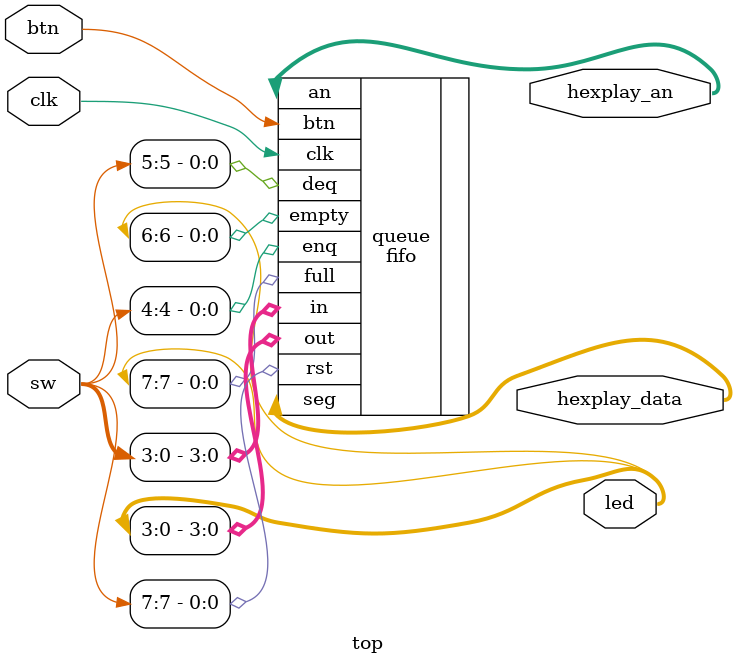
<source format=v>
`timescale 1ns / 1ps

module top(
    input[7 : 0] sw,
    input clk, btn,
    output[3 : 0] hexplay_data,
    output[2 : 0] hexplay_an,
    output[7 : 0] led
);
    reg enq, deq;
    fifo queue(.clk(clk), .rst(sw[7]), .enq(sw[4]), .deq(sw[5]), .in(sw[3 : 0]),
        .an(hexplay_an), .out(led[3 : 0]), .seg(hexplay_data), .btn(btn), .empty(led[6]), .full(led[7]));
endmodule

</source>
